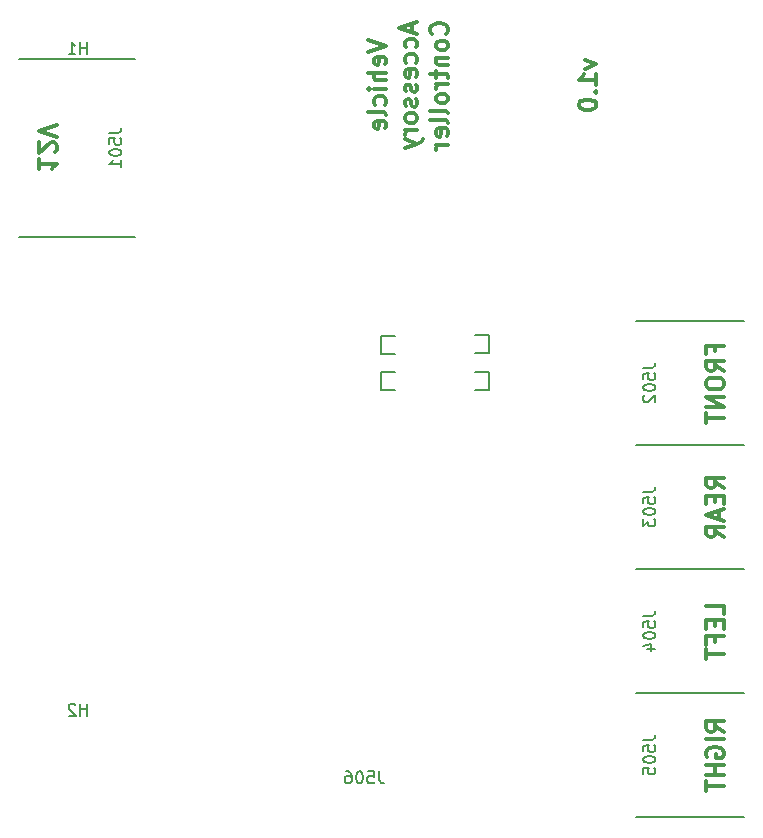
<source format=gbo>
G04 #@! TF.GenerationSoftware,KiCad,Pcbnew,5.1.6-c6e7f7d~86~ubuntu18.04.1*
G04 #@! TF.CreationDate,2020-06-26T16:23:30-07:00*
G04 #@! TF.ProjectId,VehicleAccessoryController,56656869-636c-4654-9163-636573736f72,1.0*
G04 #@! TF.SameCoordinates,Original*
G04 #@! TF.FileFunction,Legend,Bot*
G04 #@! TF.FilePolarity,Positive*
%FSLAX46Y46*%
G04 Gerber Fmt 4.6, Leading zero omitted, Abs format (unit mm)*
G04 Created by KiCad (PCBNEW 5.1.6-c6e7f7d~86~ubuntu18.04.1) date 2020-06-26 16:23:30*
%MOMM*%
%LPD*%
G01*
G04 APERTURE LIST*
%ADD10C,0.150000*%
%ADD11C,0.375000*%
%ADD12C,0.300000*%
%ADD13C,0.127000*%
G04 APERTURE END LIST*
D10*
X169000000Y-98150000D02*
X178200000Y-98150000D01*
D11*
X164678571Y-76057142D02*
X165678571Y-76414285D01*
X164678571Y-76771428D01*
X165678571Y-78128571D02*
X165678571Y-77271428D01*
X165678571Y-77700000D02*
X164178571Y-77700000D01*
X164392857Y-77557142D01*
X164535714Y-77414285D01*
X164607142Y-77271428D01*
X165535714Y-78771428D02*
X165607142Y-78842857D01*
X165678571Y-78771428D01*
X165607142Y-78700000D01*
X165535714Y-78771428D01*
X165678571Y-78771428D01*
X164178571Y-79771428D02*
X164178571Y-79914285D01*
X164250000Y-80057142D01*
X164321428Y-80128571D01*
X164464285Y-80200000D01*
X164750000Y-80271428D01*
X165107142Y-80271428D01*
X165392857Y-80200000D01*
X165535714Y-80128571D01*
X165607142Y-80057142D01*
X165678571Y-79914285D01*
X165678571Y-79771428D01*
X165607142Y-79628571D01*
X165535714Y-79557142D01*
X165392857Y-79485714D01*
X165107142Y-79414285D01*
X164750000Y-79414285D01*
X164464285Y-79485714D01*
X164321428Y-79557142D01*
X164250000Y-79628571D01*
X164178571Y-79771428D01*
X146373571Y-74342857D02*
X147873571Y-74842857D01*
X146373571Y-75342857D01*
X147802142Y-76414285D02*
X147873571Y-76271428D01*
X147873571Y-75985714D01*
X147802142Y-75842857D01*
X147659285Y-75771428D01*
X147087857Y-75771428D01*
X146945000Y-75842857D01*
X146873571Y-75985714D01*
X146873571Y-76271428D01*
X146945000Y-76414285D01*
X147087857Y-76485714D01*
X147230714Y-76485714D01*
X147373571Y-75771428D01*
X147873571Y-77128571D02*
X146373571Y-77128571D01*
X147873571Y-77771428D02*
X147087857Y-77771428D01*
X146945000Y-77700000D01*
X146873571Y-77557142D01*
X146873571Y-77342857D01*
X146945000Y-77200000D01*
X147016428Y-77128571D01*
X147873571Y-78485714D02*
X146873571Y-78485714D01*
X146373571Y-78485714D02*
X146445000Y-78414285D01*
X146516428Y-78485714D01*
X146445000Y-78557142D01*
X146373571Y-78485714D01*
X146516428Y-78485714D01*
X147802142Y-79842857D02*
X147873571Y-79700000D01*
X147873571Y-79414285D01*
X147802142Y-79271428D01*
X147730714Y-79200000D01*
X147587857Y-79128571D01*
X147159285Y-79128571D01*
X147016428Y-79200000D01*
X146945000Y-79271428D01*
X146873571Y-79414285D01*
X146873571Y-79700000D01*
X146945000Y-79842857D01*
X147873571Y-80700000D02*
X147802142Y-80557142D01*
X147659285Y-80485714D01*
X146373571Y-80485714D01*
X147802142Y-81842857D02*
X147873571Y-81700000D01*
X147873571Y-81414285D01*
X147802142Y-81271428D01*
X147659285Y-81200000D01*
X147087857Y-81200000D01*
X146945000Y-81271428D01*
X146873571Y-81414285D01*
X146873571Y-81700000D01*
X146945000Y-81842857D01*
X147087857Y-81914285D01*
X147230714Y-81914285D01*
X147373571Y-81200000D01*
X150070000Y-72985714D02*
X150070000Y-73700000D01*
X150498571Y-72842857D02*
X148998571Y-73342857D01*
X150498571Y-73842857D01*
X150427142Y-74985714D02*
X150498571Y-74842857D01*
X150498571Y-74557142D01*
X150427142Y-74414285D01*
X150355714Y-74342857D01*
X150212857Y-74271428D01*
X149784285Y-74271428D01*
X149641428Y-74342857D01*
X149570000Y-74414285D01*
X149498571Y-74557142D01*
X149498571Y-74842857D01*
X149570000Y-74985714D01*
X150427142Y-76271428D02*
X150498571Y-76128571D01*
X150498571Y-75842857D01*
X150427142Y-75700000D01*
X150355714Y-75628571D01*
X150212857Y-75557142D01*
X149784285Y-75557142D01*
X149641428Y-75628571D01*
X149570000Y-75700000D01*
X149498571Y-75842857D01*
X149498571Y-76128571D01*
X149570000Y-76271428D01*
X150427142Y-77485714D02*
X150498571Y-77342857D01*
X150498571Y-77057142D01*
X150427142Y-76914285D01*
X150284285Y-76842857D01*
X149712857Y-76842857D01*
X149570000Y-76914285D01*
X149498571Y-77057142D01*
X149498571Y-77342857D01*
X149570000Y-77485714D01*
X149712857Y-77557142D01*
X149855714Y-77557142D01*
X149998571Y-76842857D01*
X150427142Y-78128571D02*
X150498571Y-78271428D01*
X150498571Y-78557142D01*
X150427142Y-78700000D01*
X150284285Y-78771428D01*
X150212857Y-78771428D01*
X150070000Y-78700000D01*
X149998571Y-78557142D01*
X149998571Y-78342857D01*
X149927142Y-78200000D01*
X149784285Y-78128571D01*
X149712857Y-78128571D01*
X149570000Y-78200000D01*
X149498571Y-78342857D01*
X149498571Y-78557142D01*
X149570000Y-78700000D01*
X150427142Y-79342857D02*
X150498571Y-79485714D01*
X150498571Y-79771428D01*
X150427142Y-79914285D01*
X150284285Y-79985714D01*
X150212857Y-79985714D01*
X150070000Y-79914285D01*
X149998571Y-79771428D01*
X149998571Y-79557142D01*
X149927142Y-79414285D01*
X149784285Y-79342857D01*
X149712857Y-79342857D01*
X149570000Y-79414285D01*
X149498571Y-79557142D01*
X149498571Y-79771428D01*
X149570000Y-79914285D01*
X150498571Y-80842857D02*
X150427142Y-80700000D01*
X150355714Y-80628571D01*
X150212857Y-80557142D01*
X149784285Y-80557142D01*
X149641428Y-80628571D01*
X149570000Y-80700000D01*
X149498571Y-80842857D01*
X149498571Y-81057142D01*
X149570000Y-81200000D01*
X149641428Y-81271428D01*
X149784285Y-81342857D01*
X150212857Y-81342857D01*
X150355714Y-81271428D01*
X150427142Y-81200000D01*
X150498571Y-81057142D01*
X150498571Y-80842857D01*
X150498571Y-81985714D02*
X149498571Y-81985714D01*
X149784285Y-81985714D02*
X149641428Y-82057142D01*
X149570000Y-82128571D01*
X149498571Y-82271428D01*
X149498571Y-82414285D01*
X149498571Y-82771428D02*
X150498571Y-83128571D01*
X149498571Y-83485714D02*
X150498571Y-83128571D01*
X150855714Y-82985714D01*
X150927142Y-82914285D01*
X150998571Y-82771428D01*
X152980714Y-73842857D02*
X153052142Y-73771428D01*
X153123571Y-73557142D01*
X153123571Y-73414285D01*
X153052142Y-73200000D01*
X152909285Y-73057142D01*
X152766428Y-72985714D01*
X152480714Y-72914285D01*
X152266428Y-72914285D01*
X151980714Y-72985714D01*
X151837857Y-73057142D01*
X151695000Y-73200000D01*
X151623571Y-73414285D01*
X151623571Y-73557142D01*
X151695000Y-73771428D01*
X151766428Y-73842857D01*
X153123571Y-74700000D02*
X153052142Y-74557142D01*
X152980714Y-74485714D01*
X152837857Y-74414285D01*
X152409285Y-74414285D01*
X152266428Y-74485714D01*
X152195000Y-74557142D01*
X152123571Y-74700000D01*
X152123571Y-74914285D01*
X152195000Y-75057142D01*
X152266428Y-75128571D01*
X152409285Y-75200000D01*
X152837857Y-75200000D01*
X152980714Y-75128571D01*
X153052142Y-75057142D01*
X153123571Y-74914285D01*
X153123571Y-74700000D01*
X152123571Y-75842857D02*
X153123571Y-75842857D01*
X152266428Y-75842857D02*
X152195000Y-75914285D01*
X152123571Y-76057142D01*
X152123571Y-76271428D01*
X152195000Y-76414285D01*
X152337857Y-76485714D01*
X153123571Y-76485714D01*
X152123571Y-76985714D02*
X152123571Y-77557142D01*
X151623571Y-77200000D02*
X152909285Y-77200000D01*
X153052142Y-77271428D01*
X153123571Y-77414285D01*
X153123571Y-77557142D01*
X153123571Y-78057142D02*
X152123571Y-78057142D01*
X152409285Y-78057142D02*
X152266428Y-78128571D01*
X152195000Y-78200000D01*
X152123571Y-78342857D01*
X152123571Y-78485714D01*
X153123571Y-79200000D02*
X153052142Y-79057142D01*
X152980714Y-78985714D01*
X152837857Y-78914285D01*
X152409285Y-78914285D01*
X152266428Y-78985714D01*
X152195000Y-79057142D01*
X152123571Y-79200000D01*
X152123571Y-79414285D01*
X152195000Y-79557142D01*
X152266428Y-79628571D01*
X152409285Y-79700000D01*
X152837857Y-79700000D01*
X152980714Y-79628571D01*
X153052142Y-79557142D01*
X153123571Y-79414285D01*
X153123571Y-79200000D01*
X153123571Y-80557142D02*
X153052142Y-80414285D01*
X152909285Y-80342857D01*
X151623571Y-80342857D01*
X153123571Y-81342857D02*
X153052142Y-81200000D01*
X152909285Y-81128571D01*
X151623571Y-81128571D01*
X153052142Y-82485714D02*
X153123571Y-82342857D01*
X153123571Y-82057142D01*
X153052142Y-81914285D01*
X152909285Y-81842857D01*
X152337857Y-81842857D01*
X152195000Y-81914285D01*
X152123571Y-82057142D01*
X152123571Y-82342857D01*
X152195000Y-82485714D01*
X152337857Y-82557142D01*
X152480714Y-82557142D01*
X152623571Y-81842857D01*
X153123571Y-83200000D02*
X152123571Y-83200000D01*
X152409285Y-83200000D02*
X152266428Y-83271428D01*
X152195000Y-83342857D01*
X152123571Y-83485714D01*
X152123571Y-83628571D01*
D10*
X116800000Y-76000000D02*
X126600000Y-76000000D01*
X169000000Y-140150000D02*
X178200000Y-140150000D01*
X116800000Y-91000000D02*
X126600000Y-91000000D01*
D12*
X118521428Y-84428571D02*
X118521428Y-85285714D01*
X118521428Y-84857142D02*
X120021428Y-84857142D01*
X119807142Y-85000000D01*
X119664285Y-85142857D01*
X119592857Y-85285714D01*
X119878571Y-83857142D02*
X119950000Y-83785714D01*
X120021428Y-83642857D01*
X120021428Y-83285714D01*
X119950000Y-83142857D01*
X119878571Y-83071428D01*
X119735714Y-83000000D01*
X119592857Y-83000000D01*
X119378571Y-83071428D01*
X118521428Y-83928571D01*
X118521428Y-83000000D01*
X120021428Y-82571428D02*
X118521428Y-82071428D01*
X120021428Y-81571428D01*
D10*
X169000000Y-129650000D02*
X178200000Y-129650000D01*
X169000000Y-119150000D02*
X178200000Y-119150000D01*
X169000000Y-108650000D02*
X178200000Y-108650000D01*
D12*
X176478571Y-132900000D02*
X175764285Y-132400000D01*
X176478571Y-132042857D02*
X174978571Y-132042857D01*
X174978571Y-132614285D01*
X175050000Y-132757142D01*
X175121428Y-132828571D01*
X175264285Y-132900000D01*
X175478571Y-132900000D01*
X175621428Y-132828571D01*
X175692857Y-132757142D01*
X175764285Y-132614285D01*
X175764285Y-132042857D01*
X176478571Y-133542857D02*
X174978571Y-133542857D01*
X175050000Y-135042857D02*
X174978571Y-134900000D01*
X174978571Y-134685714D01*
X175050000Y-134471428D01*
X175192857Y-134328571D01*
X175335714Y-134257142D01*
X175621428Y-134185714D01*
X175835714Y-134185714D01*
X176121428Y-134257142D01*
X176264285Y-134328571D01*
X176407142Y-134471428D01*
X176478571Y-134685714D01*
X176478571Y-134828571D01*
X176407142Y-135042857D01*
X176335714Y-135114285D01*
X175835714Y-135114285D01*
X175835714Y-134828571D01*
X176478571Y-135757142D02*
X174978571Y-135757142D01*
X175692857Y-135757142D02*
X175692857Y-136614285D01*
X176478571Y-136614285D02*
X174978571Y-136614285D01*
X174978571Y-137114285D02*
X174978571Y-137971428D01*
X176478571Y-137542857D02*
X174978571Y-137542857D01*
X176478571Y-122971428D02*
X176478571Y-122257142D01*
X174978571Y-122257142D01*
X175692857Y-123471428D02*
X175692857Y-123971428D01*
X176478571Y-124185714D02*
X176478571Y-123471428D01*
X174978571Y-123471428D01*
X174978571Y-124185714D01*
X175692857Y-125328571D02*
X175692857Y-124828571D01*
X176478571Y-124828571D02*
X174978571Y-124828571D01*
X174978571Y-125542857D01*
X174978571Y-125900000D02*
X174978571Y-126757142D01*
X176478571Y-126328571D02*
X174978571Y-126328571D01*
X176478571Y-112292857D02*
X175764285Y-111792857D01*
X176478571Y-111435714D02*
X174978571Y-111435714D01*
X174978571Y-112007142D01*
X175050000Y-112150000D01*
X175121428Y-112221428D01*
X175264285Y-112292857D01*
X175478571Y-112292857D01*
X175621428Y-112221428D01*
X175692857Y-112150000D01*
X175764285Y-112007142D01*
X175764285Y-111435714D01*
X175692857Y-112935714D02*
X175692857Y-113435714D01*
X176478571Y-113650000D02*
X176478571Y-112935714D01*
X174978571Y-112935714D01*
X174978571Y-113650000D01*
X176050000Y-114221428D02*
X176050000Y-114935714D01*
X176478571Y-114078571D02*
X174978571Y-114578571D01*
X176478571Y-115078571D01*
X176478571Y-116435714D02*
X175764285Y-115935714D01*
X176478571Y-115578571D02*
X174978571Y-115578571D01*
X174978571Y-116150000D01*
X175050000Y-116292857D01*
X175121428Y-116364285D01*
X175264285Y-116435714D01*
X175478571Y-116435714D01*
X175621428Y-116364285D01*
X175692857Y-116292857D01*
X175764285Y-116150000D01*
X175764285Y-115578571D01*
X175692857Y-100721428D02*
X175692857Y-100221428D01*
X176478571Y-100221428D02*
X174978571Y-100221428D01*
X174978571Y-100935714D01*
X176478571Y-102364285D02*
X175764285Y-101864285D01*
X176478571Y-101507142D02*
X174978571Y-101507142D01*
X174978571Y-102078571D01*
X175050000Y-102221428D01*
X175121428Y-102292857D01*
X175264285Y-102364285D01*
X175478571Y-102364285D01*
X175621428Y-102292857D01*
X175692857Y-102221428D01*
X175764285Y-102078571D01*
X175764285Y-101507142D01*
X174978571Y-103292857D02*
X174978571Y-103578571D01*
X175050000Y-103721428D01*
X175192857Y-103864285D01*
X175478571Y-103935714D01*
X175978571Y-103935714D01*
X176264285Y-103864285D01*
X176407142Y-103721428D01*
X176478571Y-103578571D01*
X176478571Y-103292857D01*
X176407142Y-103150000D01*
X176264285Y-103007142D01*
X175978571Y-102935714D01*
X175478571Y-102935714D01*
X175192857Y-103007142D01*
X175050000Y-103150000D01*
X174978571Y-103292857D01*
X176478571Y-104578571D02*
X174978571Y-104578571D01*
X176478571Y-105435714D01*
X174978571Y-105435714D01*
X174978571Y-105935714D02*
X174978571Y-106792857D01*
X176478571Y-106364285D02*
X174978571Y-106364285D01*
D13*
X156594860Y-104009700D02*
X155378200Y-104009700D01*
X156594860Y-102462840D02*
X155378200Y-102462840D01*
X156594860Y-100834700D02*
X155378200Y-100834700D01*
X156594860Y-99285300D02*
X155378200Y-99285300D01*
X147405140Y-104009700D02*
X148621800Y-104009700D01*
X147405140Y-102462840D02*
X148621800Y-102462840D01*
X147405140Y-100961700D02*
X148621800Y-100961700D01*
X147405140Y-99412300D02*
X148621800Y-99412300D01*
X156599940Y-99285300D02*
X156599940Y-100834700D01*
X156599940Y-102462840D02*
X156599940Y-104009700D01*
X147405140Y-104009700D02*
X147405140Y-102462840D01*
X147405140Y-100961700D02*
X147405140Y-99412300D01*
D10*
X124452380Y-82214285D02*
X125166666Y-82214285D01*
X125309523Y-82166666D01*
X125404761Y-82071428D01*
X125452380Y-81928571D01*
X125452380Y-81833333D01*
X124452380Y-83166666D02*
X124452380Y-82690476D01*
X124928571Y-82642857D01*
X124880952Y-82690476D01*
X124833333Y-82785714D01*
X124833333Y-83023809D01*
X124880952Y-83119047D01*
X124928571Y-83166666D01*
X125023809Y-83214285D01*
X125261904Y-83214285D01*
X125357142Y-83166666D01*
X125404761Y-83119047D01*
X125452380Y-83023809D01*
X125452380Y-82785714D01*
X125404761Y-82690476D01*
X125357142Y-82642857D01*
X124452380Y-83833333D02*
X124452380Y-83928571D01*
X124500000Y-84023809D01*
X124547619Y-84071428D01*
X124642857Y-84119047D01*
X124833333Y-84166666D01*
X125071428Y-84166666D01*
X125261904Y-84119047D01*
X125357142Y-84071428D01*
X125404761Y-84023809D01*
X125452380Y-83928571D01*
X125452380Y-83833333D01*
X125404761Y-83738095D01*
X125357142Y-83690476D01*
X125261904Y-83642857D01*
X125071428Y-83595238D01*
X124833333Y-83595238D01*
X124642857Y-83642857D01*
X124547619Y-83690476D01*
X124500000Y-83738095D01*
X124452380Y-83833333D01*
X125452380Y-85119047D02*
X125452380Y-84547619D01*
X125452380Y-84833333D02*
X124452380Y-84833333D01*
X124595238Y-84738095D01*
X124690476Y-84642857D01*
X124738095Y-84547619D01*
X147285714Y-136272380D02*
X147285714Y-136986666D01*
X147333333Y-137129523D01*
X147428571Y-137224761D01*
X147571428Y-137272380D01*
X147666666Y-137272380D01*
X146333333Y-136272380D02*
X146809523Y-136272380D01*
X146857142Y-136748571D01*
X146809523Y-136700952D01*
X146714285Y-136653333D01*
X146476190Y-136653333D01*
X146380952Y-136700952D01*
X146333333Y-136748571D01*
X146285714Y-136843809D01*
X146285714Y-137081904D01*
X146333333Y-137177142D01*
X146380952Y-137224761D01*
X146476190Y-137272380D01*
X146714285Y-137272380D01*
X146809523Y-137224761D01*
X146857142Y-137177142D01*
X145666666Y-136272380D02*
X145571428Y-136272380D01*
X145476190Y-136320000D01*
X145428571Y-136367619D01*
X145380952Y-136462857D01*
X145333333Y-136653333D01*
X145333333Y-136891428D01*
X145380952Y-137081904D01*
X145428571Y-137177142D01*
X145476190Y-137224761D01*
X145571428Y-137272380D01*
X145666666Y-137272380D01*
X145761904Y-137224761D01*
X145809523Y-137177142D01*
X145857142Y-137081904D01*
X145904761Y-136891428D01*
X145904761Y-136653333D01*
X145857142Y-136462857D01*
X145809523Y-136367619D01*
X145761904Y-136320000D01*
X145666666Y-136272380D01*
X144476190Y-136272380D02*
X144666666Y-136272380D01*
X144761904Y-136320000D01*
X144809523Y-136367619D01*
X144904761Y-136510476D01*
X144952380Y-136700952D01*
X144952380Y-137081904D01*
X144904761Y-137177142D01*
X144857142Y-137224761D01*
X144761904Y-137272380D01*
X144571428Y-137272380D01*
X144476190Y-137224761D01*
X144428571Y-137177142D01*
X144380952Y-137081904D01*
X144380952Y-136843809D01*
X144428571Y-136748571D01*
X144476190Y-136700952D01*
X144571428Y-136653333D01*
X144761904Y-136653333D01*
X144857142Y-136700952D01*
X144904761Y-136748571D01*
X144952380Y-136843809D01*
X169652380Y-102114285D02*
X170366666Y-102114285D01*
X170509523Y-102066666D01*
X170604761Y-101971428D01*
X170652380Y-101828571D01*
X170652380Y-101733333D01*
X169652380Y-103066666D02*
X169652380Y-102590476D01*
X170128571Y-102542857D01*
X170080952Y-102590476D01*
X170033333Y-102685714D01*
X170033333Y-102923809D01*
X170080952Y-103019047D01*
X170128571Y-103066666D01*
X170223809Y-103114285D01*
X170461904Y-103114285D01*
X170557142Y-103066666D01*
X170604761Y-103019047D01*
X170652380Y-102923809D01*
X170652380Y-102685714D01*
X170604761Y-102590476D01*
X170557142Y-102542857D01*
X169652380Y-103733333D02*
X169652380Y-103828571D01*
X169700000Y-103923809D01*
X169747619Y-103971428D01*
X169842857Y-104019047D01*
X170033333Y-104066666D01*
X170271428Y-104066666D01*
X170461904Y-104019047D01*
X170557142Y-103971428D01*
X170604761Y-103923809D01*
X170652380Y-103828571D01*
X170652380Y-103733333D01*
X170604761Y-103638095D01*
X170557142Y-103590476D01*
X170461904Y-103542857D01*
X170271428Y-103495238D01*
X170033333Y-103495238D01*
X169842857Y-103542857D01*
X169747619Y-103590476D01*
X169700000Y-103638095D01*
X169652380Y-103733333D01*
X169747619Y-104447619D02*
X169700000Y-104495238D01*
X169652380Y-104590476D01*
X169652380Y-104828571D01*
X169700000Y-104923809D01*
X169747619Y-104971428D01*
X169842857Y-105019047D01*
X169938095Y-105019047D01*
X170080952Y-104971428D01*
X170652380Y-104400000D01*
X170652380Y-105019047D01*
X169652380Y-112614285D02*
X170366666Y-112614285D01*
X170509523Y-112566666D01*
X170604761Y-112471428D01*
X170652380Y-112328571D01*
X170652380Y-112233333D01*
X169652380Y-113566666D02*
X169652380Y-113090476D01*
X170128571Y-113042857D01*
X170080952Y-113090476D01*
X170033333Y-113185714D01*
X170033333Y-113423809D01*
X170080952Y-113519047D01*
X170128571Y-113566666D01*
X170223809Y-113614285D01*
X170461904Y-113614285D01*
X170557142Y-113566666D01*
X170604761Y-113519047D01*
X170652380Y-113423809D01*
X170652380Y-113185714D01*
X170604761Y-113090476D01*
X170557142Y-113042857D01*
X169652380Y-114233333D02*
X169652380Y-114328571D01*
X169700000Y-114423809D01*
X169747619Y-114471428D01*
X169842857Y-114519047D01*
X170033333Y-114566666D01*
X170271428Y-114566666D01*
X170461904Y-114519047D01*
X170557142Y-114471428D01*
X170604761Y-114423809D01*
X170652380Y-114328571D01*
X170652380Y-114233333D01*
X170604761Y-114138095D01*
X170557142Y-114090476D01*
X170461904Y-114042857D01*
X170271428Y-113995238D01*
X170033333Y-113995238D01*
X169842857Y-114042857D01*
X169747619Y-114090476D01*
X169700000Y-114138095D01*
X169652380Y-114233333D01*
X169652380Y-114900000D02*
X169652380Y-115519047D01*
X170033333Y-115185714D01*
X170033333Y-115328571D01*
X170080952Y-115423809D01*
X170128571Y-115471428D01*
X170223809Y-115519047D01*
X170461904Y-115519047D01*
X170557142Y-115471428D01*
X170604761Y-115423809D01*
X170652380Y-115328571D01*
X170652380Y-115042857D01*
X170604761Y-114947619D01*
X170557142Y-114900000D01*
X169652380Y-123114285D02*
X170366666Y-123114285D01*
X170509523Y-123066666D01*
X170604761Y-122971428D01*
X170652380Y-122828571D01*
X170652380Y-122733333D01*
X169652380Y-124066666D02*
X169652380Y-123590476D01*
X170128571Y-123542857D01*
X170080952Y-123590476D01*
X170033333Y-123685714D01*
X170033333Y-123923809D01*
X170080952Y-124019047D01*
X170128571Y-124066666D01*
X170223809Y-124114285D01*
X170461904Y-124114285D01*
X170557142Y-124066666D01*
X170604761Y-124019047D01*
X170652380Y-123923809D01*
X170652380Y-123685714D01*
X170604761Y-123590476D01*
X170557142Y-123542857D01*
X169652380Y-124733333D02*
X169652380Y-124828571D01*
X169700000Y-124923809D01*
X169747619Y-124971428D01*
X169842857Y-125019047D01*
X170033333Y-125066666D01*
X170271428Y-125066666D01*
X170461904Y-125019047D01*
X170557142Y-124971428D01*
X170604761Y-124923809D01*
X170652380Y-124828571D01*
X170652380Y-124733333D01*
X170604761Y-124638095D01*
X170557142Y-124590476D01*
X170461904Y-124542857D01*
X170271428Y-124495238D01*
X170033333Y-124495238D01*
X169842857Y-124542857D01*
X169747619Y-124590476D01*
X169700000Y-124638095D01*
X169652380Y-124733333D01*
X169985714Y-125923809D02*
X170652380Y-125923809D01*
X169604761Y-125685714D02*
X170319047Y-125447619D01*
X170319047Y-126066666D01*
X169652380Y-133614285D02*
X170366666Y-133614285D01*
X170509523Y-133566666D01*
X170604761Y-133471428D01*
X170652380Y-133328571D01*
X170652380Y-133233333D01*
X169652380Y-134566666D02*
X169652380Y-134090476D01*
X170128571Y-134042857D01*
X170080952Y-134090476D01*
X170033333Y-134185714D01*
X170033333Y-134423809D01*
X170080952Y-134519047D01*
X170128571Y-134566666D01*
X170223809Y-134614285D01*
X170461904Y-134614285D01*
X170557142Y-134566666D01*
X170604761Y-134519047D01*
X170652380Y-134423809D01*
X170652380Y-134185714D01*
X170604761Y-134090476D01*
X170557142Y-134042857D01*
X169652380Y-135233333D02*
X169652380Y-135328571D01*
X169700000Y-135423809D01*
X169747619Y-135471428D01*
X169842857Y-135519047D01*
X170033333Y-135566666D01*
X170271428Y-135566666D01*
X170461904Y-135519047D01*
X170557142Y-135471428D01*
X170604761Y-135423809D01*
X170652380Y-135328571D01*
X170652380Y-135233333D01*
X170604761Y-135138095D01*
X170557142Y-135090476D01*
X170461904Y-135042857D01*
X170271428Y-134995238D01*
X170033333Y-134995238D01*
X169842857Y-135042857D01*
X169747619Y-135090476D01*
X169700000Y-135138095D01*
X169652380Y-135233333D01*
X169652380Y-136471428D02*
X169652380Y-135995238D01*
X170128571Y-135947619D01*
X170080952Y-135995238D01*
X170033333Y-136090476D01*
X170033333Y-136328571D01*
X170080952Y-136423809D01*
X170128571Y-136471428D01*
X170223809Y-136519047D01*
X170461904Y-136519047D01*
X170557142Y-136471428D01*
X170604761Y-136423809D01*
X170652380Y-136328571D01*
X170652380Y-136090476D01*
X170604761Y-135995238D01*
X170557142Y-135947619D01*
X122561904Y-75552380D02*
X122561904Y-74552380D01*
X122561904Y-75028571D02*
X121990476Y-75028571D01*
X121990476Y-75552380D02*
X121990476Y-74552380D01*
X120990476Y-75552380D02*
X121561904Y-75552380D01*
X121276190Y-75552380D02*
X121276190Y-74552380D01*
X121371428Y-74695238D01*
X121466666Y-74790476D01*
X121561904Y-74838095D01*
X122561904Y-131552380D02*
X122561904Y-130552380D01*
X122561904Y-131028571D02*
X121990476Y-131028571D01*
X121990476Y-131552380D02*
X121990476Y-130552380D01*
X121561904Y-130647619D02*
X121514285Y-130600000D01*
X121419047Y-130552380D01*
X121180952Y-130552380D01*
X121085714Y-130600000D01*
X121038095Y-130647619D01*
X120990476Y-130742857D01*
X120990476Y-130838095D01*
X121038095Y-130980952D01*
X121609523Y-131552380D01*
X120990476Y-131552380D01*
M02*

</source>
